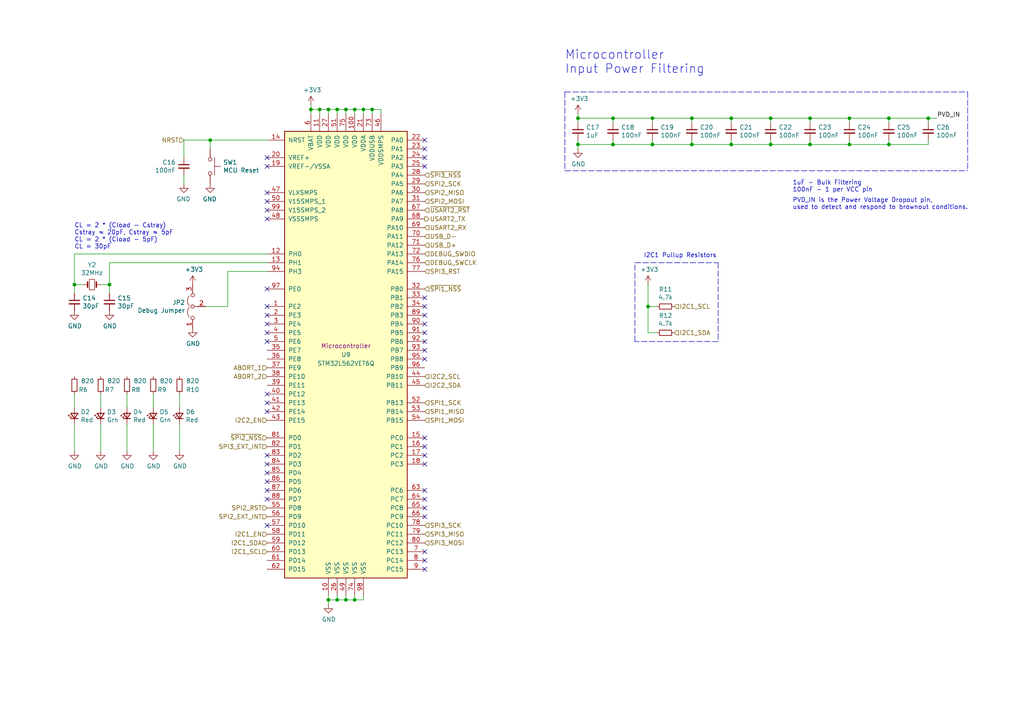
<source format=kicad_sch>
(kicad_sch (version 20211123) (generator eeschema)
  (paper "A4")
  (lib_symbols
    (symbol "Device:C_Small" (pin_numbers hide) (pin_names (offset 0.254) hide)
      (property "Reference" "C" (at 0.254 1.778 0))
      (property "Value" "C_Small" (at 0.254 -2.032 0))
      (symbol "C_Small_0_1"
        (polyline (pts (xy -1.524 -0.508) (xy 1.524 -0.508)) (stroke (width 0.3302)))
        (polyline (pts (xy -1.524 0.508) (xy 1.524 0.508)) (stroke (width 0.3048)))
      )
      (symbol "C_Small_1_1"
        (pin passive line (at 0 2.54 270) (length 2.032) (name "~") (number "1"))
        (pin passive line (at 0 -2.54 90) (length 2.032) (name "~") (number "2"))
      )
    )
    (symbol "Device:Crystal_Small" (pin_numbers hide) (pin_names (offset 1.016) hide)
      (property "Reference" "Y" (at 0 2.54 0))
      (property "Value" "Crystal_Small" (at 0 -2.54 0))
      (symbol "Crystal_Small_0_1"
        (rectangle (start -0.762 -1.524) (end 0.762 1.524))
        (polyline (pts (xy -1.27 -0.762) (xy -1.27 0.762)) (stroke (width 0.381)))
        (polyline (pts (xy 1.27 -0.762) (xy 1.27 0.762)) (stroke (width 0.381)))
      )
      (symbol "Crystal_Small_1_1"
        (pin passive line (at -2.54 0 0) (length 1.27) (name "1") (number "1"))
        (pin passive line (at 2.54 0 180) (length 1.27) (name "2") (number "2"))
      )
    )
    (symbol "Device:LED_Small" (pin_numbers hide) (pin_names (offset 0.254) hide)
      (property "Reference" "D" (at -1.27 3.175 0))
      (property "Value" "LED_Small" (at -4.445 -2.54 0))
      (symbol "LED_Small_0_1"
        (polyline (pts (xy -0.762 -1.016) (xy -0.762 1.016)) (stroke (width 0.254)))
        (polyline (pts (xy 1.016 0) (xy -0.762 0)))
        (polyline (pts (xy 0.762 -1.016) (xy -0.762 0) (xy 0.762 1.016) (xy 0.762 -1.016)) (stroke (width 0.254)))
        (polyline (pts (xy 0 0.762) (xy -0.508 1.27) (xy -0.254 1.27) (xy -0.508 1.27) (xy -0.508 1.016)))
        (polyline (pts (xy 0.508 1.27) (xy 0 1.778) (xy 0.254 1.778) (xy 0 1.778) (xy 0 1.524)))
      )
      (symbol "LED_Small_1_1"
        (pin passive line (at -2.54 0 0) (length 1.778) (name "K") (number "1"))
        (pin passive line (at 2.54 0 180) (length 1.778) (name "A") (number "2"))
      )
    )
    (symbol "Device:R_Small" (pin_numbers hide) (pin_names (offset 0.254) hide)
      (property "Reference" "R" (at 0.762 0.508 0))
      (property "Value" "R_Small" (at 0.762 -1.016 0))
      (symbol "R_Small_0_1"
        (rectangle (start -0.762 1.778) (end 0.762 -1.778) (stroke (width 0.2032)))
      )
      (symbol "R_Small_1_1"
        (pin passive line (at 0 2.54 270) (length 0.762) (name "~") (number "1"))
        (pin passive line (at 0 -2.54 90) (length 0.762) (name "~") (number "2"))
      )
    )
    (symbol "Jumper:Jumper_3_Open" (pin_names (offset 0) hide)
      (property "Reference" "JP" (at -2.54 -2.54 0))
      (property "Value" "Jumper_3_Open" (at 0 2.794 0))
      (symbol "Jumper_3_Open_0_0"
        (circle (center -3.302 0) (radius 0.508))
        (circle (center 0 0) (radius 0.508))
        (circle (center 3.302 0) (radius 0.508))
      )
      (symbol "Jumper_3_Open_0_1"
        (arc (start -0.254 1.016) (mid -1.651 1.4992) (end -3.048 1.016))
        (polyline (pts (xy 0 -0.508) (xy 0 -1.27)))
        (arc (start 3.048 1.016) (mid 1.651 1.4992) (end 0.254 1.016))
      )
      (symbol "Jumper_3_Open_1_1"
        (pin passive line (at -6.35 0 0) (length 2.54) (name "A") (number "1"))
        (pin input line (at 0 -3.81 90) (length 2.54) (name "C") (number "2"))
        (pin passive line (at 6.35 0 180) (length 2.54) (name "B") (number "3"))
      )
    )
    (symbol "RDT_Custom_Symbols:STM32L562VET" (pin_names (offset 1.016))
      (property "Reference" "U" (at 3.81 8.89 0))
      (property "Value" "STM32L562VET" (at 3.81 6.35 0))
      (symbol "STM32L562VET_1_1"
        (rectangle (start -17.78 -138.43) (end 17.78 -8.89) (stroke (width 0.254)) (fill (type background)))
        (pin bidirectional line (at -22.86 -59.69 0) (length 5.08) (name "PE2") (number "1"))
        (pin power_in line (at -5.08 -143.51 90) (length 5.08) (name "VSS") (number "10"))
        (pin power_in line (at 2.54 -3.81 270) (length 5.08) (name "VDD") (number "100"))
        (pin power_in line (at -7.62 -3.81 270) (length 5.08) (name "VDD") (number "11"))
        (pin input line (at -22.86 -44.45 0) (length 5.08) (name "PH0") (number "12"))
        (pin input line (at -22.86 -46.99 0) (length 5.08) (name "PH1") (number "13"))
        (pin input line (at -22.86 -11.43 0) (length 5.08) (name "NRST") (number "14"))
        (pin bidirectional line (at 22.86 -97.79 180) (length 5.08) (name "PC0") (number "15"))
        (pin bidirectional line (at 22.86 -100.33 180) (length 5.08) (name "PC1") (number "16"))
        (pin bidirectional line (at 22.86 -102.87 180) (length 5.08) (name "PC2") (number "17"))
        (pin bidirectional line (at 22.86 -105.41 180) (length 5.08) (name "PC3") (number "18"))
        (pin power_in line (at -22.86 -19.05 0) (length 5.08) (name "VREF-/VSSA") (number "19"))
        (pin bidirectional line (at -22.86 -62.23 0) (length 5.08) (name "PE3") (number "2"))
        (pin bidirectional line (at -22.86 -16.51 0) (length 5.08) (name "VREF+") (number "20"))
        (pin power_in line (at 5.08 -3.81 270) (length 5.08) (name "VDDA") (number "21"))
        (pin bidirectional line (at 22.86 -11.43 180) (length 5.08) (name "PA0") (number "22"))
        (pin bidirectional line (at 22.86 -13.97 180) (length 5.08) (name "PA1") (number "23"))
        (pin bidirectional line (at 22.86 -16.51 180) (length 5.08) (name "PA2") (number "24"))
        (pin bidirectional line (at 22.86 -19.05 180) (length 5.08) (name "PA3") (number "25"))
        (pin power_in line (at -2.54 -143.51 90) (length 5.08) (name "VSS") (number "26"))
        (pin power_in line (at -5.08 -3.81 270) (length 5.08) (name "VDD") (number "27"))
        (pin bidirectional line (at 22.86 -21.59 180) (length 5.08) (name "PA4") (number "28"))
        (pin bidirectional line (at 22.86 -24.13 180) (length 5.08) (name "PA5") (number "29"))
        (pin bidirectional line (at -22.86 -64.77 0) (length 5.08) (name "PE4") (number "3"))
        (pin bidirectional line (at 22.86 -26.67 180) (length 5.08) (name "PA6") (number "30"))
        (pin bidirectional line (at 22.86 -29.21 180) (length 5.08) (name "PA7") (number "31"))
        (pin bidirectional line (at 22.86 -54.61 180) (length 5.08) (name "PB0") (number "32"))
        (pin bidirectional line (at 22.86 -57.15 180) (length 5.08) (name "PB1") (number "33"))
        (pin bidirectional line (at 22.86 -59.69 180) (length 5.08) (name "PB2") (number "34"))
        (pin bidirectional line (at -22.86 -72.39 0) (length 5.08) (name "PE7") (number "35"))
        (pin bidirectional line (at -22.86 -74.93 0) (length 5.08) (name "PE8") (number "36"))
        (pin bidirectional line (at -22.86 -77.47 0) (length 5.08) (name "PE9") (number "37"))
        (pin bidirectional line (at -22.86 -80.01 0) (length 5.08) (name "PE10") (number "38"))
        (pin bidirectional line (at -22.86 -82.55 0) (length 5.08) (name "PE11") (number "39"))
        (pin bidirectional line (at -22.86 -67.31 0) (length 5.08) (name "PE5") (number "4"))
        (pin bidirectional line (at -22.86 -85.09 0) (length 5.08) (name "PE12") (number "40"))
        (pin bidirectional line (at -22.86 -87.63 0) (length 5.08) (name "PE13") (number "41"))
        (pin bidirectional line (at -22.86 -90.17 0) (length 5.08) (name "PE14") (number "42"))
        (pin bidirectional line (at -22.86 -92.71 0) (length 5.08) (name "PE15") (number "43"))
        (pin bidirectional line (at 22.86 -80.01 180) (length 5.08) (name "PB10") (number "44"))
        (pin bidirectional line (at 22.86 -82.55 180) (length 5.08) (name "PB11") (number "45"))
        (pin power_in line (at 10.16 -3.81 270) (length 5.08) (name "VDDSMPS") (number "46"))
        (pin power_in line (at -22.86 -26.67 0) (length 5.08) (name "VLXSMPS") (number "47"))
        (pin power_in line (at -22.86 -34.29 0) (length 5.08) (name "VSSSMPS") (number "48"))
        (pin power_in line (at 0 -143.51 90) (length 5.08) (name "VSS") (number "49"))
        (pin bidirectional line (at -22.86 -69.85 0) (length 5.08) (name "PE6") (number "5"))
        (pin power_out line (at -22.86 -29.21 0) (length 5.08) (name "V15SMPS_1") (number "50"))
        (pin power_in line (at -2.54 -3.81 270) (length 5.08) (name "VDD") (number "51"))
        (pin bidirectional line (at 22.86 -87.63 180) (length 5.08) (name "PB13") (number "52"))
        (pin bidirectional line (at 22.86 -90.17 180) (length 5.08) (name "PB14") (number "53"))
        (pin bidirectional line (at 22.86 -92.71 180) (length 5.08) (name "PB15") (number "54"))
        (pin bidirectional line (at -22.86 -118.11 0) (length 5.08) (name "PD8") (number "55"))
        (pin bidirectional line (at -22.86 -120.65 0) (length 5.08) (name "PD9") (number "56"))
        (pin bidirectional line (at -22.86 -123.19 0) (length 5.08) (name "PD10") (number "57"))
        (pin bidirectional line (at -22.86 -125.73 0) (length 5.08) (name "PD11") (number "58"))
        (pin bidirectional line (at -22.86 -128.27 0) (length 5.08) (name "PD12") (number "59"))
        (pin power_in line (at -10.16 -3.81 270) (length 5.08) (name "VBAT") (number "6"))
        (pin bidirectional line (at -22.86 -130.81 0) (length 5.08) (name "PD13") (number "60"))
        (pin bidirectional line (at -22.86 -133.35 0) (length 5.08) (name "PD14") (number "61"))
        (pin bidirectional line (at -22.86 -135.89 0) (length 5.08) (name "PD15") (number "62"))
        (pin bidirectional line (at 22.86 -113.03 180) (length 5.08) (name "PC6") (number "63"))
        (pin bidirectional line (at 22.86 -115.57 180) (length 5.08) (name "PC7") (number "64"))
        (pin bidirectional line (at 22.86 -118.11 180) (length 5.08) (name "PC8") (number "65"))
        (pin bidirectional line (at 22.86 -120.65 180) (length 5.08) (name "PC9") (number "66"))
        (pin bidirectional line (at 22.86 -31.75 180) (length 5.08) (name "PA8") (number "67"))
        (pin bidirectional line (at 22.86 -34.29 180) (length 5.08) (name "PA9") (number "68"))
        (pin bidirectional line (at 22.86 -36.83 180) (length 5.08) (name "PA10") (number "69"))
        (pin bidirectional line (at 22.86 -130.81 180) (length 5.08) (name "PC13") (number "7"))
        (pin bidirectional line (at 22.86 -39.37 180) (length 5.08) (name "PA11") (number "70"))
        (pin bidirectional line (at 22.86 -41.91 180) (length 5.08) (name "PA12") (number "71"))
        (pin bidirectional line (at 22.86 -44.45 180) (length 5.08) (name "PA13") (number "72"))
        (pin power_in line (at 7.62 -3.81 270) (length 5.08) (name "VDDUSB") (number "73"))
        (pin power_in line (at 2.54 -143.51 90) (length 5.08) (name "VSS") (number "74"))
        (pin power_in line (at 0 -3.81 270) (length 5.08) (name "VDD") (number "75"))
        (pin bidirectional line (at 22.86 -46.99 180) (length 5.08) (name "PA14") (number "76"))
        (pin bidirectional line (at 22.86 -49.53 180) (length 5.08) (name "PA15") (number "77"))
        (pin bidirectional line (at 22.86 -123.19 180) (length 5.08) (name "PC10") (number "78"))
        (pin bidirectional line (at 22.86 -125.73 180) (length 5.08) (name "PC11") (number "79"))
        (pin bidirectional line (at 22.86 -133.35 180) (length 5.08) (name "PC14") (number "8"))
        (pin bidirectional line (at 22.86 -128.27 180) (length 5.08) (name "PC12") (number "80"))
        (pin bidirectional line (at -22.86 -97.79 0) (length 5.08) (name "PD0") (number "81"))
        (pin bidirectional line (at -22.86 -100.33 0) (length 5.08) (name "PD1") (number "82"))
        (pin bidirectional line (at -22.86 -102.87 0) (length 5.08) (name "PD2") (number "83"))
        (pin bidirectional line (at -22.86 -105.41 0) (length 5.08) (name "PD3") (number "84"))
        (pin bidirectional line (at -22.86 -107.95 0) (length 5.08) (name "PD4") (number "85"))
        (pin bidirectional line (at -22.86 -110.49 0) (length 5.08) (name "PD5") (number "86"))
        (pin bidirectional line (at -22.86 -113.03 0) (length 5.08) (name "PD6") (number "87"))
        (pin bidirectional line (at -22.86 -115.57 0) (length 5.08) (name "PD7") (number "88"))
        (pin bidirectional line (at 22.86 -62.23 180) (length 5.08) (name "PB3") (number "89"))
        (pin bidirectional line (at 22.86 -135.89 180) (length 5.08) (name "PC15") (number "9"))
        (pin bidirectional line (at 22.86 -64.77 180) (length 5.08) (name "PB4") (number "90"))
        (pin bidirectional line (at 22.86 -67.31 180) (length 5.08) (name "PB5") (number "91"))
        (pin bidirectional line (at 22.86 -69.85 180) (length 5.08) (name "PB6") (number "92"))
        (pin bidirectional line (at 22.86 -72.39 180) (length 5.08) (name "PB7") (number "93"))
        (pin bidirectional line (at -22.86 -49.53 0) (length 5.08) (name "PH3") (number "94"))
        (pin bidirectional line (at 22.86 -74.93 180) (length 5.08) (name "PB8") (number "95"))
        (pin bidirectional line (at 22.86 -77.47 180) (length 5.08) (name "PB9") (number "96"))
        (pin bidirectional line (at -22.86 -54.61 0) (length 5.08) (name "PE0") (number "97"))
        (pin power_in line (at 5.08 -143.51 90) (length 5.08) (name "VSS") (number "98"))
        (pin power_out line (at -22.86 -31.75 0) (length 5.08) (name "V15SMPS_2") (number "99"))
      )
    )
    (symbol "Switch:SW_Push" (pin_numbers hide) (pin_names (offset 1.016) hide)
      (property "Reference" "SW" (at 1.27 2.54 0))
      (property "Value" "SW_Push" (at 0 -1.524 0))
      (symbol "SW_Push_0_1"
        (circle (center -2.032 0) (radius 0.508))
        (polyline (pts (xy 0 1.27) (xy 0 3.048)))
        (polyline (pts (xy 2.54 1.27) (xy -2.54 1.27)))
        (circle (center 2.032 0) (radius 0.508))
        (pin passive line (at -5.08 0 0) (length 2.54) (name "1") (number "1"))
        (pin passive line (at 5.08 0 180) (length 2.54) (name "2") (number "2"))
      )
    )
    (symbol "power:+3.3V" (power) (pin_names (offset 0))
      (property "Value" "+3.3V" (at 0 3.556 0))
      (symbol "+3.3V_0_1"
        (polyline (pts (xy -0.762 1.27) (xy 0 2.54)))
        (polyline (pts (xy 0 0) (xy 0 2.54)))
        (polyline (pts (xy 0 2.54) (xy 0.762 1.27)))
      )
      (symbol "+3.3V_1_1"
        (pin power_in line (at 0 0 90) (length 0) hide (name "+3V3") (number "1"))
      )
    )
    (symbol "power:GND" (power) (pin_names (offset 0))
      (property "Value" "GND" (at 0 -3.81 0))
      (symbol "GND_0_1"
        (polyline (pts (xy 0 0) (xy 0 -1.27) (xy 1.27 -1.27) (xy 0 -2.54) (xy -1.27 -1.27) (xy 0 -1.27)))
      )
      (symbol "GND_1_1"
        (pin power_in line (at 0 0 270) (length 0) hide (name "GND") (number "1"))
      )
    )
  )
  (junction (at 257.81 34.29))
  (junction (at 167.64 34.29))
  (junction (at 92.71 31.75))
  (junction (at 200.66 34.29))
  (junction (at 100.33 31.75))
  (junction (at 234.95 41.91))
  (junction (at 102.87 173.99))
  (junction (at 95.25 173.99))
  (junction (at 177.8 34.29))
  (junction (at 189.23 34.29))
  (junction (at 189.23 41.91))
  (junction (at 167.64 41.91))
  (junction (at 246.38 41.91))
  (junction (at 21.59 82.55))
  (junction (at 246.38 34.29))
  (junction (at 200.66 41.91))
  (junction (at 212.09 34.29))
  (junction (at 31.75 82.55))
  (junction (at 90.17 31.75))
  (junction (at 212.09 41.91))
  (junction (at 223.52 41.91))
  (junction (at 223.52 34.29))
  (junction (at 234.95 34.29))
  (junction (at 95.25 31.75))
  (junction (at 257.81 41.91))
  (junction (at 97.79 173.99))
  (junction (at 100.33 173.99))
  (junction (at 60.96 40.64))
  (junction (at 187.96 88.9))
  (junction (at 102.87 31.75))
  (junction (at 97.79 31.75))
  (junction (at 105.41 31.75))
  (junction (at 177.8 41.91))
  (junction (at 107.95 31.75))
  (junction (at 269.24 34.29))
  (no_connect (at 123.19 88.9))
  (no_connect (at 123.19 127))
  (no_connect (at 77.47 60.96))
  (no_connect (at 77.47 119.38))
  (no_connect (at 77.47 88.9))
  (no_connect (at 123.19 162.56))
  (no_connect (at 77.47 48.26))
  (no_connect (at 123.19 101.6))
  (no_connect (at 123.19 91.44))
  (no_connect (at 77.47 139.7))
  (no_connect (at 77.47 99.06))
  (no_connect (at 77.47 142.24))
  (no_connect (at 123.19 99.06))
  (no_connect (at 123.19 93.98))
  (no_connect (at 123.19 96.52))
  (no_connect (at 77.47 144.78))
  (no_connect (at 123.19 104.14))
  (no_connect (at 77.47 55.88))
  (no_connect (at 123.19 142.24))
  (no_connect (at 123.19 86.36))
  (no_connect (at 77.47 116.84))
  (no_connect (at 123.19 43.18))
  (no_connect (at 123.19 160.02))
  (no_connect (at 77.47 137.16))
  (no_connect (at 123.19 134.62))
  (no_connect (at 77.47 152.4))
  (no_connect (at 77.47 91.44))
  (no_connect (at 123.19 149.86))
  (no_connect (at 123.19 45.72))
  (no_connect (at 123.19 144.78))
  (no_connect (at 123.19 129.54))
  (no_connect (at 77.47 132.08))
  (no_connect (at 77.47 134.62))
  (no_connect (at 123.19 132.08))
  (no_connect (at 123.19 48.26))
  (no_connect (at 123.19 147.32))
  (no_connect (at 77.47 58.42))
  (no_connect (at 77.47 93.98))
  (no_connect (at 123.19 165.1))
  (no_connect (at 77.47 114.3))
  (no_connect (at 77.47 63.5))
  (no_connect (at 123.19 40.64))
  (no_connect (at 77.47 96.52))
  (no_connect (at 77.47 45.72))
  (no_connect (at 77.47 83.82))
  (wire (pts (xy 105.41 31.75) (xy 107.95 31.75)))
  (wire (pts (xy 100.33 172.72) (xy 100.33 173.99)))
  (wire (pts (xy 234.95 41.91) (xy 246.38 41.91)))
  (wire (pts (xy 21.59 73.66) (xy 77.47 73.66)))
  (wire (pts (xy 187.96 88.9) (xy 190.5 88.9)))
  (wire (pts (xy 105.41 31.75) (xy 105.41 33.02)))
  (wire (pts (xy 53.34 53.34) (xy 53.34 50.8)))
  (wire (pts (xy 53.34 40.64) (xy 53.34 45.72)))
  (wire (pts (xy 200.66 35.56) (xy 200.66 34.29)))
  (wire (pts (xy 257.81 35.56) (xy 257.81 34.29)))
  (wire (pts (xy 200.66 41.91) (xy 212.09 41.91)))
  (wire (pts (xy 223.52 41.91) (xy 234.95 41.91)))
  (wire (pts (xy 187.96 82.55) (xy 187.96 88.9)))
  (wire (pts (xy 31.75 85.09) (xy 31.75 82.55)))
  (wire (pts (xy 167.64 41.91) (xy 177.8 41.91)))
  (wire (pts (xy 167.64 34.29) (xy 167.64 35.56)))
  (wire (pts (xy 100.33 31.75) (xy 100.33 33.02)))
  (wire (pts (xy 102.87 172.72) (xy 102.87 173.99)))
  (wire (pts (xy 223.52 35.56) (xy 223.52 34.29)))
  (wire (pts (xy 269.24 41.91) (xy 257.81 41.91)))
  (wire (pts (xy 29.21 123.19) (xy 29.21 130.81)))
  (wire (pts (xy 59.69 88.9) (xy 66.04 88.9)))
  (wire (pts (xy 189.23 34.29) (xy 200.66 34.29)))
  (wire (pts (xy 189.23 40.64) (xy 189.23 41.91)))
  (wire (pts (xy 246.38 40.64) (xy 246.38 41.91)))
  (wire (pts (xy 107.95 31.75) (xy 110.49 31.75)))
  (wire (pts (xy 110.49 31.75) (xy 110.49 33.02)))
  (wire (pts (xy 60.96 40.64) (xy 77.47 40.64)))
  (wire (pts (xy 223.52 34.29) (xy 234.95 34.29)))
  (polyline (pts (xy 163.83 49.53) (xy 280.67 49.53)))
  (wire (pts (xy 95.25 172.72) (xy 95.25 173.99)))
  (wire (pts (xy 234.95 34.29) (xy 246.38 34.29)))
  (wire (pts (xy 187.96 96.52) (xy 187.96 88.9)))
  (wire (pts (xy 92.71 31.75) (xy 90.17 31.75)))
  (wire (pts (xy 95.25 175.26) (xy 95.25 173.99)))
  (wire (pts (xy 212.09 34.29) (xy 223.52 34.29)))
  (wire (pts (xy 53.34 40.64) (xy 60.96 40.64)))
  (wire (pts (xy 246.38 34.29) (xy 257.81 34.29)))
  (wire (pts (xy 97.79 172.72) (xy 97.79 173.99)))
  (wire (pts (xy 257.81 34.29) (xy 269.24 34.29)))
  (wire (pts (xy 167.64 33.02) (xy 167.64 34.29)))
  (wire (pts (xy 190.5 96.52) (xy 187.96 96.52)))
  (wire (pts (xy 21.59 123.19) (xy 21.59 130.81)))
  (wire (pts (xy 90.17 30.48) (xy 90.17 31.75)))
  (polyline (pts (xy 280.67 26.67) (xy 280.67 49.53)))
  (wire (pts (xy 200.66 34.29) (xy 212.09 34.29)))
  (wire (pts (xy 52.07 114.3) (xy 52.07 118.11)))
  (wire (pts (xy 102.87 33.02) (xy 102.87 31.75)))
  (wire (pts (xy 269.24 41.91) (xy 269.24 40.64)))
  (wire (pts (xy 269.24 34.29) (xy 271.78 34.29)))
  (wire (pts (xy 95.25 31.75) (xy 95.25 33.02)))
  (wire (pts (xy 100.33 173.99) (xy 102.87 173.99)))
  (wire (pts (xy 234.95 40.64) (xy 234.95 41.91)))
  (wire (pts (xy 97.79 31.75) (xy 100.33 31.75)))
  (wire (pts (xy 92.71 31.75) (xy 95.25 31.75)))
  (wire (pts (xy 107.95 33.02) (xy 107.95 31.75)))
  (wire (pts (xy 212.09 41.91) (xy 223.52 41.91)))
  (wire (pts (xy 95.25 31.75) (xy 97.79 31.75)))
  (wire (pts (xy 24.13 82.55) (xy 21.59 82.55)))
  (polyline (pts (xy 163.83 26.67) (xy 163.83 49.53)))
  (wire (pts (xy 66.04 78.74) (xy 77.47 78.74)))
  (wire (pts (xy 60.96 43.18) (xy 60.96 40.64)))
  (polyline (pts (xy 184.15 99.06) (xy 184.15 76.2)))
  (wire (pts (xy 189.23 41.91) (xy 200.66 41.91)))
  (wire (pts (xy 44.45 123.19) (xy 44.45 130.81)))
  (wire (pts (xy 212.09 40.64) (xy 212.09 41.91)))
  (wire (pts (xy 100.33 31.75) (xy 102.87 31.75)))
  (wire (pts (xy 177.8 35.56) (xy 177.8 34.29)))
  (wire (pts (xy 257.81 40.64) (xy 257.81 41.91)))
  (wire (pts (xy 189.23 34.29) (xy 189.23 35.56)))
  (wire (pts (xy 44.45 114.3) (xy 44.45 118.11)))
  (wire (pts (xy 223.52 40.64) (xy 223.52 41.91)))
  (wire (pts (xy 105.41 173.99) (xy 105.41 172.72)))
  (polyline (pts (xy 163.83 26.67) (xy 280.67 26.67)))
  (wire (pts (xy 95.25 173.99) (xy 97.79 173.99)))
  (wire (pts (xy 66.04 88.9) (xy 66.04 78.74)))
  (wire (pts (xy 167.64 40.64) (xy 167.64 41.91)))
  (wire (pts (xy 21.59 85.09) (xy 21.59 82.55)))
  (wire (pts (xy 36.83 114.3) (xy 36.83 118.11)))
  (wire (pts (xy 36.83 123.19) (xy 36.83 130.81)))
  (wire (pts (xy 167.64 34.29) (xy 177.8 34.29)))
  (polyline (pts (xy 208.28 99.06) (xy 184.15 99.06)))
  (wire (pts (xy 52.07 123.19) (xy 52.07 130.81)))
  (wire (pts (xy 97.79 173.99) (xy 100.33 173.99)))
  (wire (pts (xy 177.8 41.91) (xy 189.23 41.91)))
  (wire (pts (xy 102.87 31.75) (xy 105.41 31.75)))
  (polyline (pts (xy 208.28 76.2) (xy 208.28 99.06)))
  (wire (pts (xy 29.21 82.55) (xy 31.75 82.55)))
  (wire (pts (xy 269.24 34.29) (xy 269.24 35.56)))
  (wire (pts (xy 21.59 114.3) (xy 21.59 118.11)))
  (wire (pts (xy 167.64 43.18) (xy 167.64 41.91)))
  (wire (pts (xy 31.75 76.2) (xy 77.47 76.2)))
  (wire (pts (xy 92.71 31.75) (xy 92.71 33.02)))
  (wire (pts (xy 234.95 35.56) (xy 234.95 34.29)))
  (wire (pts (xy 200.66 40.64) (xy 200.66 41.91)))
  (wire (pts (xy 177.8 34.29) (xy 189.23 34.29)))
  (wire (pts (xy 212.09 34.29) (xy 212.09 35.56)))
  (wire (pts (xy 246.38 35.56) (xy 246.38 34.29)))
  (wire (pts (xy 21.59 82.55) (xy 21.59 73.66)))
  (wire (pts (xy 246.38 41.91) (xy 257.81 41.91)))
  (wire (pts (xy 177.8 40.64) (xy 177.8 41.91)))
  (wire (pts (xy 102.87 173.99) (xy 105.41 173.99)))
  (wire (pts (xy 90.17 31.75) (xy 90.17 33.02)))
  (wire (pts (xy 29.21 114.3) (xy 29.21 118.11)))
  (wire (pts (xy 31.75 82.55) (xy 31.75 76.2)))
  (polyline (pts (xy 184.15 76.2) (xy 208.28 76.2)))
  (wire (pts (xy 97.79 33.02) (xy 97.79 31.75)))
  (text "Microcontroller\nInput Power Filtering" (at 163.83 21.59 0) (effects (font (size 2.54 2.54)) (justify left bottom)))
  (text "I2C1 Pullup Resistors" (at 186.69 74.93 0) (effects (font (size 1.27 1.27)) (justify left bottom)))
  (text "PVD_IN is the Power Voltage Dropout pin,\nused to detect and respond to brownout conditions." (at 229.87 60.96 0) (effects (font (size 1.27 1.27)) (justify left bottom)))
  (text "1uF - Bulk Filtering\n100nF - 1 per VCC pin" (at 229.87 55.88 0) (effects (font (size 1.27 1.27)) (justify left bottom)))
  (text "CL = 2 * (Cload - Cstray)\nCstray ≈ 20pF, Cstray ≈ 5pF\nCL = 2 * (Cload - 5pF)\nCL = 30pF" (at 21.59 72.39 0) (effects (font (size 1.27 1.27)) (justify left bottom)))
  (label "PVD_IN" (at 271.78 34.29 0))
  (hierarchical_label "~{SPI2_NSS}" (shape input) (at 77.47 127 180))
  (hierarchical_label "~{USART2_RST}" (shape input) (at 123.19 60.96 0))
  (hierarchical_label "I2C2_SDA" (shape input) (at 123.19 111.76 0))
  (hierarchical_label "SPI3_RST" (shape input) (at 123.19 78.74 0))
  (hierarchical_label "SPI3_MOSI" (shape input) (at 123.19 157.48 0))
  (hierarchical_label "SPI3_EXT_INT" (shape input) (at 77.47 129.54 180))
  (hierarchical_label "I2C1_EN" (shape input) (at 77.47 154.94 180))
  (hierarchical_label "USB_D+" (shape input) (at 123.19 71.12 0))
  (hierarchical_label "ABORT_1" (shape input) (at 77.47 106.68 180))
  (hierarchical_label "SPI2_MISO" (shape input) (at 123.19 55.88 0))
  (hierarchical_label "SPI2_SCK" (shape input) (at 123.19 53.34 0))
  (hierarchical_label "I2C1_SDA" (shape input) (at 195.58 96.52 0))
  (hierarchical_label "SPI3_SCK" (shape input) (at 123.19 152.4 0))
  (hierarchical_label "I2C1_SCL" (shape input) (at 195.58 88.9 0))
  (hierarchical_label "NRST" (shape input) (at 53.34 40.64 180))
  (hierarchical_label "USB_D-" (shape input) (at 123.19 68.58 0))
  (hierarchical_label "USART2_RX" (shape input) (at 123.19 66.04 0))
  (hierarchical_label "ABORT_2" (shape input) (at 77.47 109.22 180))
  (hierarchical_label "SPI2_MOSI" (shape input) (at 123.19 58.42 0))
  (hierarchical_label "SPI1_MISO" (shape input) (at 123.19 119.38 0))
  (hierarchical_label "I2C2_EN" (shape input) (at 77.47 121.92 180))
  (hierarchical_label "USART2_TX" (shape output) (at 123.19 63.5 0))
  (hierarchical_label "SPI2_RST" (shape input) (at 77.47 147.32 180))
  (hierarchical_label "DEBUG_SWCLK" (shape input) (at 123.19 76.2 0))
  (hierarchical_label "SPI1_SCK" (shape input) (at 123.19 116.84 0))
  (hierarchical_label "~{SPI3_NSS}" (shape input) (at 123.19 50.8 0))
  (hierarchical_label "~{SPI1_NSS}" (shape input) (at 123.19 83.82 0))
  (hierarchical_label "SPI3_MISO" (shape input) (at 123.19 154.94 0))
  (hierarchical_label "SPI2_EXT_INT" (shape input) (at 77.47 149.86 180))
  (hierarchical_label "SPI1_MOSI" (shape input) (at 123.19 121.92 0))
  (hierarchical_label "DEBUG_SWDIO" (shape input) (at 123.19 73.66 0))
  (hierarchical_label "I2C2_SCL" (shape input) (at 123.19 109.22 0))
  (hierarchical_label "I2C1_SCL" (shape input) (at 77.47 160.02 180))
  (hierarchical_label "I2C1_SDA" (shape input) (at 77.47 157.48 180))
  (symbol (lib_id "power:+3.3V") (at 167.64 33.02 0) (unit 1)
    (property "Reference" "#PWR060" (effects hide))
    (property "Value" "+3.3V" (at 168.021 28.6258 0))
  )
  (symbol (lib_id "Device:C_Small") (at 167.64 38.1 0) (unit 1)
    (property "Reference" "C17" (at 169.9768 36.9316 0) (effects (justify left)))
    (property "Value" "1uF" (at 169.9768 39.243 0) (effects (justify left)))
    (property "Footprint" "Capacitor_SMD:C_0603_1608Metric_Pad1.08x0.95mm_HandSolder" (effects hide))
    (property "LCSC" "C15849 " (effects hide))
  )
  (symbol (lib_id "Device:C_Small") (at 177.8 38.1 0) (unit 1)
    (property "Reference" "C18" (at 180.1368 36.9316 0) (effects (justify left)))
    (property "Value" "100nF" (at 180.1368 39.243 0) (effects (justify left)))
    (property "Footprint" "Capacitor_SMD:C_0603_1608Metric_Pad1.08x0.95mm_HandSolder" (effects hide))
    (property "LCSC" "C14663" (effects hide))
  )
  (symbol (lib_id "Device:C_Small") (at 189.23 38.1 0) (unit 1)
    (property "Reference" "C19" (at 191.5668 36.9316 0) (effects (justify left)))
    (property "Value" "100nF" (at 191.5668 39.243 0) (effects (justify left)))
    (property "Footprint" "Capacitor_SMD:C_0603_1608Metric_Pad1.08x0.95mm_HandSolder" (effects hide))
    (property "LCSC" "C14663" (effects hide))
  )
  (symbol (lib_id "Device:C_Small") (at 223.52 38.1 0) (unit 1)
    (property "Reference" "C22" (at 225.8568 36.9316 0) (effects (justify left)))
    (property "Value" "100nF" (at 225.8568 39.243 0) (effects (justify left)))
    (property "Footprint" "Capacitor_SMD:C_0603_1608Metric_Pad1.08x0.95mm_HandSolder" (effects hide))
    (property "LCSC" "C14663" (effects hide))
  )
  (symbol (lib_id "Device:C_Small") (at 269.24 38.1 0) (unit 1)
    (property "Reference" "C26" (at 271.5768 36.9316 0) (effects (justify left)))
    (property "Value" "100nF" (at 271.5768 39.243 0) (effects (justify left)))
    (property "Footprint" "Capacitor_SMD:C_0603_1608Metric_Pad1.08x0.95mm_HandSolder" (effects hide))
    (property "LCSC" "C14663" (effects hide))
  )
  (symbol (lib_id "power:GND") (at 167.64 43.18 0) (unit 1)
    (property "Reference" "#PWR061" (effects hide))
    (property "Value" "GND" (at 167.767 47.5742 0))
  )
  (symbol (lib_id "power:+3.3V") (at 187.96 82.55 0) (unit 1)
    (property "Reference" "#PWR062" (effects hide))
    (property "Value" "+3.3V" (at 188.341 78.1558 0))
  )
  (symbol (lib_id "Device:R_Small") (at 193.04 88.9 270) (unit 1)
    (property "Reference" "R11" (at 193.04 83.9216 90))
    (property "Value" "4.7k" (at 193.04 86.233 90))
    (property "Footprint" "Resistor_SMD:R_0603_1608Metric_Pad0.98x0.95mm_HandSolder" (effects hide))
    (property "LCSC" "C25999" (effects hide))
  )
  (symbol (lib_id "Device:R_Small") (at 193.04 96.52 270) (unit 1)
    (property "Reference" "R12" (at 193.04 91.5416 90))
    (property "Value" "4.7k" (at 193.04 93.853 90))
    (property "Footprint" "Resistor_SMD:R_0603_1608Metric_Pad0.98x0.95mm_HandSolder" (effects hide))
    (property "LCSC" "C25999" (effects hide))
  )
  (symbol (lib_id "RDT_Custom_Symbols:STM32L562VET") (at 100.33 29.21 0) (unit 1)
    (property "Reference" "U9" (at 100.33 102.87 0))
    (property "Value" "STM32L562VET6Q" (at 100.33 105.41 0))
    (property "Footprint" "Package_QFP:LQFP-100_14x14mm_P0.5mm" (effects hide))
    (property "Datasheet" "https://www.st.com/resource/en/datasheet/stm32l562re.pdf" (effects hide))
    (property "Description" "Microcontroller" (at 100.33 100.33 0))
  )
  (symbol (lib_id "power:GND") (at 95.25 175.26 0) (unit 1)
    (property "Reference" "#PWR059" (effects hide))
    (property "Value" "GND" (at 95.377 179.6542 0))
  )
  (symbol (lib_id "power:+3.3V") (at 90.17 30.48 0) (unit 1)
    (property "Reference" "#PWR058" (effects hide))
    (property "Value" "+3.3V" (at 90.551 26.0858 0))
  )
  (symbol (lib_id "Device:C_Small") (at 200.66 38.1 0) (unit 1)
    (property "Reference" "C20" (at 202.9968 36.9316 0) (effects (justify left)))
    (property "Value" "100nF" (at 202.9968 39.243 0) (effects (justify left)))
    (property "Footprint" "Capacitor_SMD:C_0603_1608Metric_Pad1.08x0.95mm_HandSolder" (effects hide))
    (property "LCSC" "C14663" (effects hide))
  )
  (symbol (lib_id "Device:C_Small") (at 212.09 38.1 0) (unit 1)
    (property "Reference" "C21" (at 214.4268 36.9316 0) (effects (justify left)))
    (property "Value" "100nF" (at 214.4268 39.243 0) (effects (justify left)))
    (property "Footprint" "Capacitor_SMD:C_0603_1608Metric_Pad1.08x0.95mm_HandSolder" (effects hide))
    (property "LCSC" "C14663" (effects hide))
  )
  (symbol (lib_id "Device:C_Small") (at 234.95 38.1 0) (unit 1)
    (property "Reference" "C23" (at 237.2868 36.9316 0) (effects (justify left)))
    (property "Value" "100nF" (at 237.2868 39.243 0) (effects (justify left)))
    (property "Footprint" "Capacitor_SMD:C_0603_1608Metric_Pad1.08x0.95mm_HandSolder" (effects hide))
    (property "LCSC" "C14663" (effects hide))
  )
  (symbol (lib_id "Device:C_Small") (at 246.38 38.1 0) (unit 1)
    (property "Reference" "C24" (at 248.7168 36.9316 0) (effects (justify left)))
    (property "Value" "100nF" (at 248.7168 39.243 0) (effects (justify left)))
    (property "Footprint" "Capacitor_SMD:C_0603_1608Metric_Pad1.08x0.95mm_HandSolder" (effects hide))
    (property "LCSC" "C14663" (effects hide))
  )
  (symbol (lib_id "Device:C_Small") (at 257.81 38.1 0) (unit 1)
    (property "Reference" "C25" (at 260.1468 36.9316 0) (effects (justify left)))
    (property "Value" "100nF" (at 260.1468 39.243 0) (effects (justify left)))
    (property "Footprint" "Capacitor_SMD:C_0603_1608Metric_Pad1.08x0.95mm_HandSolder" (effects hide))
    (property "LCSC" "C14663" (effects hide))
  )
  (symbol (lib_id "Device:C_Small") (at 21.59 87.63 0) (unit 1)
    (property "Reference" "C14" (at 23.9268 86.4616 0) (effects (justify left)))
    (property "Value" "30pF" (at 23.9268 88.773 0) (effects (justify left)))
    (property "Footprint" "Capacitor_SMD:C_0603_1608Metric_Pad1.08x0.95mm_HandSolder" (effects hide))
    (property "LCSC" "C22397" (effects hide))
  )
  (symbol (lib_id "power:GND") (at 31.75 90.17 0) (unit 1)
    (property "Reference" "#PWR050" (effects hide))
    (property "Value" "GND" (at 31.877 94.5642 0))
  )
  (symbol (lib_id "power:GND") (at 21.59 90.17 0) (unit 1)
    (property "Reference" "#PWR047" (effects hide))
    (property "Value" "GND" (at 21.717 94.5642 0))
  )
  (symbol (lib_id "Device:C_Small") (at 31.75 87.63 0) (unit 1)
    (property "Reference" "C15" (at 34.0868 86.4616 0) (effects (justify left)))
    (property "Value" "30pF" (at 34.0868 88.773 0) (effects (justify left)))
    (property "Footprint" "Capacitor_SMD:C_0603_1608Metric_Pad1.08x0.95mm_HandSolder" (effects hide))
    (property "LCSC" "C22397" (effects hide))
  )
  (symbol (lib_id "Device:Crystal_Small") (at 26.67 82.55 0) (unit 1)
    (property "Reference" "Y2" (at 26.67 76.835 0))
    (property "Value" "32MHz" (at 26.67 79.1464 0))
    (property "Footprint" "RDT_Custom_Footprints:XTAL_ABM7-32.000MHZ-D2Y-T" (effects hide))
  )
  (symbol (lib_id "Device:LED_Small") (at 52.07 120.65 90) (unit 1)
    (property "Reference" "D6" (at 53.848 119.4816 90) (effects (justify right)))
    (property "Value" "Red" (at 53.848 121.793 90) (effects (justify right)))
    (property "Footprint" "LED_SMD:LED_0603_1608Metric_Pad1.05x0.95mm_HandSolder" (effects hide))
    (property "LCSC" " C2286 " (effects hide))
  )
  (symbol (lib_id "Device:LED_Small") (at 44.45 120.65 90) (unit 1)
    (property "Reference" "D5" (at 46.228 119.4816 90) (effects (justify right)))
    (property "Value" "Grn" (at 46.228 121.793 90) (effects (justify right)))
    (property "Footprint" "LED_SMD:LED_0603_1608Metric_Pad1.05x0.95mm_HandSolder" (effects hide))
    (property "LCSC" " C165982 " (effects hide))
  )
  (symbol (lib_id "Device:LED_Small") (at 36.83 120.65 90) (unit 1)
    (property "Reference" "D4" (at 38.608 119.4816 90) (effects (justify right)))
    (property "Value" "Red" (at 38.608 121.793 90) (effects (justify right)))
    (property "Footprint" "LED_SMD:LED_0603_1608Metric_Pad1.05x0.95mm_HandSolder" (effects hide))
    (property "LCSC" " C2286 " (effects hide))
  )
  (symbol (lib_id "Device:LED_Small") (at 29.21 120.65 90) (unit 1)
    (property "Reference" "D3" (at 30.988 119.4816 90) (effects (justify right)))
    (property "Value" "Grn" (at 30.988 121.793 90) (effects (justify right)))
    (property "Footprint" "LED_SMD:LED_0603_1608Metric_Pad1.05x0.95mm_HandSolder" (effects hide))
    (property "LCSC" " C165982 " (effects hide))
  )
  (symbol (lib_id "Device:LED_Small") (at 21.59 120.65 90) (unit 1)
    (property "Reference" "D2" (at 23.368 119.4816 90) (effects (justify right)))
    (property "Value" "Red" (at 23.368 121.793 90) (effects (justify right)))
    (property "Footprint" "LED_SMD:LED_0603_1608Metric_Pad1.05x0.95mm_HandSolder" (effects hide))
    (property "LCSC" " C2286 " (effects hide))
  )
  (symbol (lib_id "Device:R_Small") (at 21.59 111.76 180) (unit 1)
    (property "Reference" "R6" (at 24.13 113.03 0))
    (property "Value" "820" (at 25.4 110.49 0))
    (property "Footprint" "Resistor_SMD:R_0603_1608Metric_Pad0.98x0.95mm_HandSolder" (effects hide))
    (property "LCSC" " C23253" (effects hide))
  )
  (symbol (lib_id "Device:R_Small") (at 36.83 111.76 180) (unit 1)
    (property "Reference" "R8" (at 39.37 113.03 0))
    (property "Value" "820" (at 40.64 110.49 0))
    (property "Footprint" "Resistor_SMD:R_0603_1608Metric_Pad0.98x0.95mm_HandSolder" (effects hide))
    (property "LCSC" " C23253 " (effects hide))
  )
  (symbol (lib_id "Device:R_Small") (at 52.07 111.76 180) (unit 1)
    (property "Reference" "R10" (at 55.88 113.03 0))
    (property "Value" "820" (at 55.88 110.49 0))
    (property "Footprint" "Resistor_SMD:R_0603_1608Metric_Pad0.98x0.95mm_HandSolder" (effects hide))
    (property "LCSC" " C23253 " (effects hide))
  )
  (symbol (lib_id "Device:R_Small") (at 29.21 111.76 180) (unit 1)
    (property "Reference" "R7" (at 31.75 113.03 0))
    (property "Value" "820" (at 33.02 110.49 0))
    (property "Footprint" "Resistor_SMD:R_0603_1608Metric_Pad0.98x0.95mm_HandSolder" (effects hide))
    (property "LCSC" " C23253 " (effects hide))
  )
  (symbol (lib_id "Device:R_Small") (at 44.45 111.76 180) (unit 1)
    (property "Reference" "R9" (at 46.99 113.03 0))
    (property "Value" "820" (at 48.26 110.49 0))
    (property "Footprint" "Resistor_SMD:R_0603_1608Metric_Pad0.98x0.95mm_HandSolder" (effects hide))
    (property "LCSC" " C23253 " (effects hide))
  )
  (symbol (lib_id "power:GND") (at 21.59 130.81 0) (unit 1)
    (property "Reference" "#PWR048" (effects hide))
    (property "Value" "GND" (at 21.717 135.2042 0))
  )
  (symbol (lib_id "power:GND") (at 29.21 130.81 0) (unit 1)
    (property "Reference" "#PWR049" (effects hide))
    (property "Value" "GND" (at 29.337 135.2042 0))
  )
  (symbol (lib_id "power:GND") (at 36.83 130.81 0) (unit 1)
    (property "Reference" "#PWR051" (effects hide))
    (property "Value" "GND" (at 36.957 135.2042 0))
  )
  (symbol (lib_id "power:GND") (at 44.45 130.81 0) (unit 1)
    (property "Reference" "#PWR052" (effects hide))
    (property "Value" "GND" (at 44.577 135.2042 0))
  )
  (symbol (lib_id "power:GND") (at 52.07 130.81 0) (unit 1)
    (property "Reference" "#PWR053" (effects hide))
    (property "Value" "GND" (at 52.197 135.2042 0))
  )
  (symbol (lib_id "Switch:SW_Push") (at 60.96 48.26 270) (unit 1)
    (property "Reference" "SW1" (at 64.7192 47.0916 90) (effects (justify left)))
    (property "Value" "MCU Reset" (at 64.7192 49.403 90) (effects (justify left)))
    (property "Footprint" "Button_Switch_SMD:SW_SPST_PTS645" (effects hide))
    (property "LCSC" "C2837531 " (effects hide))
  )
  (symbol (lib_id "power:GND") (at 53.34 53.34 0) (mirror y) (unit 1)
    (property "Reference" "#PWR054" (effects hide))
    (property "Value" "GND" (at 53.213 57.7342 0))
  )
  (symbol (lib_id "Device:C_Small") (at 53.34 48.26 0) (mirror y) (unit 1)
    (property "Reference" "C16" (at 51.0032 47.0916 0) (effects (justify left)))
    (property "Value" "100nF" (at 51.0032 49.403 0) (effects (justify left)))
    (property "Footprint" "Capacitor_SMD:C_0603_1608Metric_Pad1.08x0.95mm_HandSolder" (effects hide))
    (property "LCSC" "C14663" (effects hide))
  )
  (symbol (lib_id "power:GND") (at 60.96 53.34 0) (mirror y) (unit 1)
    (property "Reference" "#PWR057" (effects hide))
    (property "Value" "GND" (at 60.833 57.7342 0))
  )
  (symbol (lib_id "Jumper:Jumper_3_Open") (at 55.88 88.9 90) (unit 1)
    (property "Reference" "JP2" (at 53.6702 87.7316 90) (effects (justify left)))
    (property "Value" "Debug Jumper" (at 53.6702 90.043 90) (effects (justify left)))
    (property "Footprint" "Connector_PinHeader_2.54mm:PinHeader_1x03_P2.54mm_Vertical" (effects hide))
  )
  (symbol (lib_id "power:GND") (at 55.88 95.25 0) (unit 1)
    (property "Reference" "#PWR056" (effects hide))
    (property "Value" "GND" (at 56.007 99.6442 0))
  )
  (symbol (lib_id "power:+3.3V") (at 55.88 82.55 0) (unit 1)
    (property "Reference" "#PWR055" (effects hide))
    (property "Value" "+3.3V" (at 56.261 78.1558 0))
  )
)
</source>
